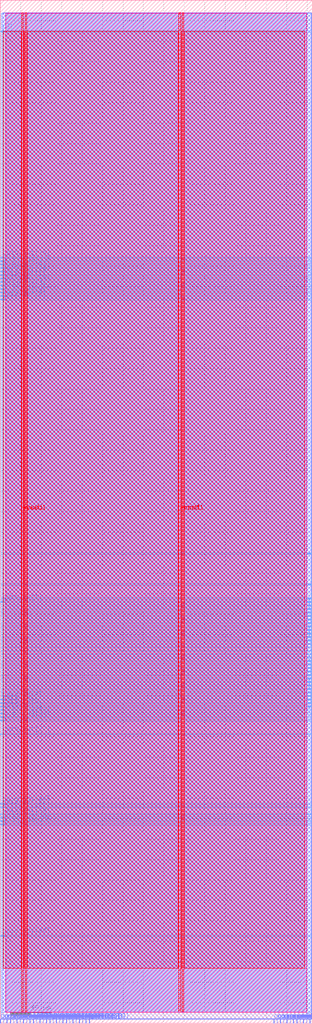
<source format=lef>
VERSION 5.7 ;
  NOWIREEXTENSIONATPIN ON ;
  DIVIDERCHAR "/" ;
  BUSBITCHARS "[]" ;
MACRO team_06
  CLASS BLOCK ;
  FOREIGN team_06 ;
  ORIGIN 0.000 0.000 ;
  SIZE 305.000 BY 1000.000 ;
  PIN clk
    DIRECTION INPUT ;
    USE SIGNAL ;
    ANTENNAGATEAREA 0.852000 ;
    ANTENNADIFFAREA 0.434700 ;
    PORT
      LAYER met3 ;
        RECT 0.000 969.040 4.000 969.640 ;
    END
  END clk
  PIN en
    DIRECTION INPUT ;
    USE SIGNAL ;
    ANTENNAGATEAREA 0.247500 ;
    ANTENNADIFFAREA 0.434700 ;
    PORT
      LAYER met3 ;
        RECT 301.000 204.040 305.000 204.640 ;
    END
  END en
  PIN gpio_in[0]
    DIRECTION INPUT ;
    USE SIGNAL ;
    ANTENNAGATEAREA 0.196500 ;
    ANTENNADIFFAREA 0.434700 ;
    PORT
      LAYER met3 ;
        RECT 301.000 459.040 305.000 459.640 ;
    END
  END gpio_in[0]
  PIN gpio_in[10]
    DIRECTION INPUT ;
    USE SIGNAL ;
    PORT
      LAYER met2 ;
        RECT 0.090 0.000 0.370 4.000 ;
    END
  END gpio_in[10]
  PIN gpio_in[11]
    DIRECTION INPUT ;
    USE SIGNAL ;
    PORT
      LAYER met2 ;
        RECT 3.310 0.000 3.590 4.000 ;
    END
  END gpio_in[11]
  PIN gpio_in[12]
    DIRECTION INPUT ;
    USE SIGNAL ;
    PORT
      LAYER met2 ;
        RECT 6.530 0.000 6.810 4.000 ;
    END
  END gpio_in[12]
  PIN gpio_in[13]
    DIRECTION INPUT ;
    USE SIGNAL ;
    PORT
      LAYER met2 ;
        RECT 9.750 0.000 10.030 4.000 ;
    END
  END gpio_in[13]
  PIN gpio_in[14]
    DIRECTION INPUT ;
    USE SIGNAL ;
    PORT
      LAYER met2 ;
        RECT 12.970 0.000 13.250 4.000 ;
    END
  END gpio_in[14]
  PIN gpio_in[15]
    DIRECTION INPUT ;
    USE SIGNAL ;
    PORT
      LAYER met2 ;
        RECT 16.190 0.000 16.470 4.000 ;
    END
  END gpio_in[15]
  PIN gpio_in[16]
    DIRECTION INPUT ;
    USE SIGNAL ;
    PORT
      LAYER met2 ;
        RECT 19.410 0.000 19.690 4.000 ;
    END
  END gpio_in[16]
  PIN gpio_in[17]
    DIRECTION INPUT ;
    USE SIGNAL ;
    PORT
      LAYER met2 ;
        RECT 22.630 0.000 22.910 4.000 ;
    END
  END gpio_in[17]
  PIN gpio_in[18]
    DIRECTION INPUT ;
    USE SIGNAL ;
    PORT
      LAYER met2 ;
        RECT 25.850 0.000 26.130 4.000 ;
    END
  END gpio_in[18]
  PIN gpio_in[19]
    DIRECTION INPUT ;
    USE SIGNAL ;
    PORT
      LAYER met2 ;
        RECT 29.070 0.000 29.350 4.000 ;
    END
  END gpio_in[19]
  PIN gpio_in[1]
    DIRECTION INPUT ;
    USE SIGNAL ;
    ANTENNAGATEAREA 0.196500 ;
    ANTENNADIFFAREA 0.434700 ;
    PORT
      LAYER met3 ;
        RECT 0.000 411.440 4.000 412.040 ;
    END
  END gpio_in[1]
  PIN gpio_in[20]
    DIRECTION INPUT ;
    USE SIGNAL ;
    PORT
      LAYER met2 ;
        RECT 32.290 0.000 32.570 4.000 ;
    END
  END gpio_in[20]
  PIN gpio_in[21]
    DIRECTION INPUT ;
    USE SIGNAL ;
    PORT
      LAYER met2 ;
        RECT 35.510 0.000 35.790 4.000 ;
    END
  END gpio_in[21]
  PIN gpio_in[22]
    DIRECTION INPUT ;
    USE SIGNAL ;
    PORT
      LAYER met2 ;
        RECT 38.730 0.000 39.010 4.000 ;
    END
  END gpio_in[22]
  PIN gpio_in[23]
    DIRECTION INPUT ;
    USE SIGNAL ;
    PORT
      LAYER met2 ;
        RECT 41.950 0.000 42.230 4.000 ;
    END
  END gpio_in[23]
  PIN gpio_in[24]
    DIRECTION INPUT ;
    USE SIGNAL ;
    PORT
      LAYER met2 ;
        RECT 45.170 0.000 45.450 4.000 ;
    END
  END gpio_in[24]
  PIN gpio_in[25]
    DIRECTION INPUT ;
    USE SIGNAL ;
    PORT
      LAYER met2 ;
        RECT 48.390 0.000 48.670 4.000 ;
    END
  END gpio_in[25]
  PIN gpio_in[26]
    DIRECTION INPUT ;
    USE SIGNAL ;
    PORT
      LAYER met2 ;
        RECT 51.610 0.000 51.890 4.000 ;
    END
  END gpio_in[26]
  PIN gpio_in[27]
    DIRECTION INPUT ;
    USE SIGNAL ;
    PORT
      LAYER met2 ;
        RECT 54.830 0.000 55.110 4.000 ;
    END
  END gpio_in[27]
  PIN gpio_in[28]
    DIRECTION INPUT ;
    USE SIGNAL ;
    PORT
      LAYER met2 ;
        RECT 58.050 0.000 58.330 4.000 ;
    END
  END gpio_in[28]
  PIN gpio_in[29]
    DIRECTION INPUT ;
    USE SIGNAL ;
    PORT
      LAYER met2 ;
        RECT 61.270 0.000 61.550 4.000 ;
    END
  END gpio_in[29]
  PIN gpio_in[2]
    DIRECTION INPUT ;
    USE SIGNAL ;
    ANTENNAGATEAREA 0.196500 ;
    ANTENNADIFFAREA 0.434700 ;
    PORT
      LAYER met3 ;
        RECT 0.000 306.040 4.000 306.640 ;
    END
  END gpio_in[2]
  PIN gpio_in[30]
    DIRECTION INPUT ;
    USE SIGNAL ;
    PORT
      LAYER met2 ;
        RECT 64.490 0.000 64.770 4.000 ;
    END
  END gpio_in[30]
  PIN gpio_in[31]
    DIRECTION INPUT ;
    USE SIGNAL ;
    PORT
      LAYER met2 ;
        RECT 67.710 0.000 67.990 4.000 ;
    END
  END gpio_in[31]
  PIN gpio_in[32]
    DIRECTION INPUT ;
    USE SIGNAL ;
    PORT
      LAYER met2 ;
        RECT 70.930 0.000 71.210 4.000 ;
    END
  END gpio_in[32]
  PIN gpio_in[33]
    DIRECTION INPUT ;
    USE SIGNAL ;
    PORT
      LAYER met2 ;
        RECT 74.150 0.000 74.430 4.000 ;
    END
  END gpio_in[33]
  PIN gpio_in[3]
    DIRECTION INPUT ;
    USE SIGNAL ;
    ANTENNAGATEAREA 0.196500 ;
    ANTENNADIFFAREA 0.434700 ;
    PORT
      LAYER met3 ;
        RECT 0.000 312.840 4.000 313.440 ;
    END
  END gpio_in[3]
  PIN gpio_in[4]
    DIRECTION INPUT ;
    USE SIGNAL ;
    ANTENNAGATEAREA 0.196500 ;
    ANTENNADIFFAREA 0.434700 ;
    PORT
      LAYER met3 ;
        RECT 0.000 316.240 4.000 316.840 ;
    END
  END gpio_in[4]
  PIN gpio_in[5]
    DIRECTION INPUT ;
    USE SIGNAL ;
    ANTENNAGATEAREA 0.196500 ;
    ANTENNADIFFAREA 0.434700 ;
    PORT
      LAYER met3 ;
        RECT 0.000 309.440 4.000 310.040 ;
    END
  END gpio_in[5]
  PIN gpio_in[6]
    DIRECTION INPUT ;
    USE SIGNAL ;
    PORT
      LAYER met2 ;
        RECT 77.370 0.000 77.650 4.000 ;
    END
  END gpio_in[6]
  PIN gpio_in[7]
    DIRECTION INPUT ;
    USE SIGNAL ;
    PORT
      LAYER met2 ;
        RECT 80.590 0.000 80.870 4.000 ;
    END
  END gpio_in[7]
  PIN gpio_in[8]
    DIRECTION INPUT ;
    USE SIGNAL ;
    PORT
      LAYER met2 ;
        RECT 83.810 0.000 84.090 4.000 ;
    END
  END gpio_in[8]
  PIN gpio_in[9]
    DIRECTION INPUT ;
    USE SIGNAL ;
    PORT
      LAYER met2 ;
        RECT 87.030 0.000 87.310 4.000 ;
    END
  END gpio_in[9]
  PIN gpio_oeb[0]
    DIRECTION OUTPUT ;
    USE SIGNAL ;
    ANTENNADIFFAREA 0.445500 ;
    PORT
      LAYER met2 ;
        RECT 267.350 0.000 267.630 4.000 ;
    END
  END gpio_oeb[0]
  PIN gpio_oeb[10]
    DIRECTION OUTPUT ;
    USE SIGNAL ;
    ANTENNADIFFAREA 0.445500 ;
    PORT
      LAYER met3 ;
        RECT 301.000 309.440 305.000 310.040 ;
    END
  END gpio_oeb[10]
  PIN gpio_oeb[11]
    DIRECTION OUTPUT ;
    USE SIGNAL ;
    ANTENNADIFFAREA 0.445500 ;
    PORT
      LAYER met3 ;
        RECT 301.000 350.240 305.000 350.840 ;
    END
  END gpio_oeb[11]
  PIN gpio_oeb[12]
    DIRECTION OUTPUT ;
    USE SIGNAL ;
    ANTENNADIFFAREA 0.445500 ;
    PORT
      LAYER met3 ;
        RECT 301.000 363.840 305.000 364.440 ;
    END
  END gpio_oeb[12]
  PIN gpio_oeb[13]
    DIRECTION OUTPUT ;
    USE SIGNAL ;
    ANTENNADIFFAREA 0.445500 ;
    PORT
      LAYER met3 ;
        RECT 301.000 343.440 305.000 344.040 ;
    END
  END gpio_oeb[13]
  PIN gpio_oeb[14]
    DIRECTION OUTPUT ;
    USE SIGNAL ;
    ANTENNADIFFAREA 0.445500 ;
    PORT
      LAYER met3 ;
        RECT 301.000 377.440 305.000 378.040 ;
    END
  END gpio_oeb[14]
  PIN gpio_oeb[15]
    DIRECTION OUTPUT ;
    USE SIGNAL ;
    ANTENNADIFFAREA 0.445500 ;
    PORT
      LAYER met3 ;
        RECT 301.000 340.040 305.000 340.640 ;
    END
  END gpio_oeb[15]
  PIN gpio_oeb[16]
    DIRECTION OUTPUT ;
    USE SIGNAL ;
    ANTENNADIFFAREA 0.445500 ;
    PORT
      LAYER met3 ;
        RECT 301.000 336.640 305.000 337.240 ;
    END
  END gpio_oeb[16]
  PIN gpio_oeb[17]
    DIRECTION OUTPUT ;
    USE SIGNAL ;
    ANTENNADIFFAREA 0.445500 ;
    PORT
      LAYER met3 ;
        RECT 301.000 333.240 305.000 333.840 ;
    END
  END gpio_oeb[17]
  PIN gpio_oeb[18]
    DIRECTION OUTPUT ;
    USE SIGNAL ;
    ANTENNADIFFAREA 0.445500 ;
    PORT
      LAYER met3 ;
        RECT 301.000 360.440 305.000 361.040 ;
    END
  END gpio_oeb[18]
  PIN gpio_oeb[19]
    DIRECTION OUTPUT ;
    USE SIGNAL ;
    ANTENNADIFFAREA 0.445500 ;
    PORT
      LAYER met3 ;
        RECT 301.000 353.640 305.000 354.240 ;
    END
  END gpio_oeb[19]
  PIN gpio_oeb[1]
    DIRECTION OUTPUT ;
    USE SIGNAL ;
    ANTENNADIFFAREA 0.445500 ;
    PORT
      LAYER met2 ;
        RECT 280.230 0.000 280.510 4.000 ;
    END
  END gpio_oeb[1]
  PIN gpio_oeb[20]
    DIRECTION OUTPUT ;
    USE SIGNAL ;
    ANTENNADIFFAREA 0.445500 ;
    PORT
      LAYER met3 ;
        RECT 301.000 326.440 305.000 327.040 ;
    END
  END gpio_oeb[20]
  PIN gpio_oeb[21]
    DIRECTION OUTPUT ;
    USE SIGNAL ;
    ANTENNADIFFAREA 0.445500 ;
    PORT
      LAYER met3 ;
        RECT 301.000 329.840 305.000 330.440 ;
    END
  END gpio_oeb[21]
  PIN gpio_oeb[22]
    DIRECTION OUTPUT ;
    USE SIGNAL ;
    ANTENNADIFFAREA 0.445500 ;
    PORT
      LAYER met3 ;
        RECT 301.000 346.840 305.000 347.440 ;
    END
  END gpio_oeb[22]
  PIN gpio_oeb[23]
    DIRECTION OUTPUT ;
    USE SIGNAL ;
    ANTENNADIFFAREA 0.445500 ;
    PORT
      LAYER met3 ;
        RECT 301.000 319.640 305.000 320.240 ;
    END
  END gpio_oeb[23]
  PIN gpio_oeb[24]
    DIRECTION OUTPUT ;
    USE SIGNAL ;
    ANTENNADIFFAREA 0.445500 ;
    PORT
      LAYER met3 ;
        RECT 301.000 323.040 305.000 323.640 ;
    END
  END gpio_oeb[24]
  PIN gpio_oeb[25]
    DIRECTION OUTPUT ;
    USE SIGNAL ;
    ANTENNADIFFAREA 0.445500 ;
    PORT
      LAYER met3 ;
        RECT 301.000 367.240 305.000 367.840 ;
    END
  END gpio_oeb[25]
  PIN gpio_oeb[26]
    DIRECTION OUTPUT ;
    USE SIGNAL ;
    ANTENNADIFFAREA 0.445500 ;
    PORT
      LAYER met3 ;
        RECT 301.000 370.640 305.000 371.240 ;
    END
  END gpio_oeb[26]
  PIN gpio_oeb[27]
    DIRECTION OUTPUT ;
    USE SIGNAL ;
    ANTENNADIFFAREA 0.445500 ;
    PORT
      LAYER met3 ;
        RECT 301.000 411.440 305.000 412.040 ;
    END
  END gpio_oeb[27]
  PIN gpio_oeb[28]
    DIRECTION OUTPUT ;
    USE SIGNAL ;
    ANTENNADIFFAREA 0.445500 ;
    PORT
      LAYER met2 ;
        RECT 296.330 0.000 296.610 4.000 ;
    END
  END gpio_oeb[28]
  PIN gpio_oeb[29]
    DIRECTION OUTPUT ;
    USE SIGNAL ;
    ANTENNADIFFAREA 0.445500 ;
    PORT
      LAYER met2 ;
        RECT 277.010 0.000 277.290 4.000 ;
    END
  END gpio_oeb[29]
  PIN gpio_oeb[2]
    DIRECTION OUTPUT ;
    USE SIGNAL ;
    ANTENNADIFFAREA 0.445500 ;
    PORT
      LAYER met2 ;
        RECT 293.110 0.000 293.390 4.000 ;
    END
  END gpio_oeb[2]
  PIN gpio_oeb[30]
    DIRECTION OUTPUT ;
    USE SIGNAL ;
    ANTENNADIFFAREA 0.445500 ;
    PORT
      LAYER met2 ;
        RECT 299.550 0.000 299.830 4.000 ;
    END
  END gpio_oeb[30]
  PIN gpio_oeb[31]
    DIRECTION OUTPUT ;
    USE SIGNAL ;
    ANTENNADIFFAREA 0.445500 ;
    PORT
      LAYER met2 ;
        RECT 289.890 0.000 290.170 4.000 ;
    END
  END gpio_oeb[31]
  PIN gpio_oeb[32]
    DIRECTION OUTPUT ;
    USE SIGNAL ;
    ANTENNADIFFAREA 0.445500 ;
    PORT
      LAYER met2 ;
        RECT 286.670 0.000 286.950 4.000 ;
    END
  END gpio_oeb[32]
  PIN gpio_oeb[33]
    DIRECTION OUTPUT ;
    USE SIGNAL ;
    ANTENNADIFFAREA 0.445500 ;
    PORT
      LAYER met2 ;
        RECT 273.790 0.000 274.070 4.000 ;
    END
  END gpio_oeb[33]
  PIN gpio_oeb[3]
    DIRECTION OUTPUT ;
    USE SIGNAL ;
    ANTENNADIFFAREA 0.445500 ;
    PORT
      LAYER met2 ;
        RECT 283.450 0.000 283.730 4.000 ;
    END
  END gpio_oeb[3]
  PIN gpio_oeb[4]
    DIRECTION OUTPUT ;
    USE SIGNAL ;
    ANTENNADIFFAREA 0.445500 ;
    PORT
      LAYER met2 ;
        RECT 302.770 0.000 303.050 4.000 ;
    END
  END gpio_oeb[4]
  PIN gpio_oeb[5]
    DIRECTION OUTPUT ;
    USE SIGNAL ;
    ANTENNADIFFAREA 0.445500 ;
    PORT
      LAYER met2 ;
        RECT 270.570 0.000 270.850 4.000 ;
    END
  END gpio_oeb[5]
  PIN gpio_oeb[6]
    DIRECTION OUTPUT ;
    USE SIGNAL ;
    ANTENNADIFFAREA 0.445500 ;
    PORT
      LAYER met3 ;
        RECT 301.000 380.840 305.000 381.440 ;
    END
  END gpio_oeb[6]
  PIN gpio_oeb[7]
    DIRECTION OUTPUT ;
    USE SIGNAL ;
    ANTENNADIFFAREA 0.445500 ;
    PORT
      LAYER met3 ;
        RECT 301.000 316.240 305.000 316.840 ;
    END
  END gpio_oeb[7]
  PIN gpio_oeb[8]
    DIRECTION OUTPUT ;
    USE SIGNAL ;
    ANTENNADIFFAREA 0.445500 ;
    PORT
      LAYER met3 ;
        RECT 301.000 357.040 305.000 357.640 ;
    END
  END gpio_oeb[8]
  PIN gpio_oeb[9]
    DIRECTION OUTPUT ;
    USE SIGNAL ;
    ANTENNADIFFAREA 0.445500 ;
    PORT
      LAYER met3 ;
        RECT 301.000 312.840 305.000 313.440 ;
    END
  END gpio_oeb[9]
  PIN gpio_out[0]
    DIRECTION OUTPUT ;
    USE SIGNAL ;
    ANTENNADIFFAREA 0.445500 ;
    PORT
      LAYER met3 ;
        RECT 0.000 707.240 4.000 707.840 ;
    END
  END gpio_out[0]
  PIN gpio_out[10]
    DIRECTION OUTPUT ;
    USE SIGNAL ;
    ANTENNADIFFAREA 0.445500 ;
    PORT
      LAYER met3 ;
        RECT 301.000 408.040 305.000 408.640 ;
    END
  END gpio_out[10]
  PIN gpio_out[11]
    DIRECTION OUTPUT ;
    USE SIGNAL ;
    ANTENNADIFFAREA 0.445500 ;
    PORT
      LAYER met3 ;
        RECT 301.000 387.640 305.000 388.240 ;
    END
  END gpio_out[11]
  PIN gpio_out[12]
    DIRECTION OUTPUT ;
    USE SIGNAL ;
    ANTENNADIFFAREA 0.445500 ;
    PORT
      LAYER met3 ;
        RECT 301.000 384.240 305.000 384.840 ;
    END
  END gpio_out[12]
  PIN gpio_out[13]
    DIRECTION OUTPUT ;
    USE SIGNAL ;
    ANTENNADIFFAREA 0.445500 ;
    PORT
      LAYER met3 ;
        RECT 301.000 374.040 305.000 374.640 ;
    END
  END gpio_out[13]
  PIN gpio_out[14]
    DIRECTION OUTPUT ;
    USE SIGNAL ;
    ANTENNADIFFAREA 0.445500 ;
    PORT
      LAYER met3 ;
        RECT 301.000 428.440 305.000 429.040 ;
    END
  END gpio_out[14]
  PIN gpio_out[15]
    DIRECTION OUTPUT ;
    USE SIGNAL ;
    ANTENNADIFFAREA 0.445500 ;
    PORT
      LAYER met3 ;
        RECT 301.000 404.640 305.000 405.240 ;
    END
  END gpio_out[15]
  PIN gpio_out[16]
    DIRECTION OUTPUT ;
    USE SIGNAL ;
    ANTENNADIFFAREA 0.445500 ;
    PORT
      LAYER met3 ;
        RECT 0.000 748.040 4.000 748.640 ;
    END
  END gpio_out[16]
  PIN gpio_out[17]
    DIRECTION OUTPUT ;
    USE SIGNAL ;
    ANTENNADIFFAREA 0.445500 ;
    PORT
      LAYER met3 ;
        RECT 0.000 193.840 4.000 194.440 ;
    END
  END gpio_out[17]
  PIN gpio_out[18]
    DIRECTION OUTPUT ;
    USE SIGNAL ;
    ANTENNADIFFAREA 0.445500 ;
    PORT
      LAYER met3 ;
        RECT 0.000 197.240 4.000 197.840 ;
    END
  END gpio_out[18]
  PIN gpio_out[19]
    DIRECTION OUTPUT ;
    USE SIGNAL ;
    ANTENNADIFFAREA 0.445500 ;
    PORT
      LAYER met3 ;
        RECT 0.000 731.040 4.000 731.640 ;
    END
  END gpio_out[19]
  PIN gpio_out[1]
    DIRECTION OUTPUT ;
    USE SIGNAL ;
    ANTENNADIFFAREA 0.445500 ;
    PORT
      LAYER met3 ;
        RECT 0.000 727.640 4.000 728.240 ;
    END
  END gpio_out[1]
  PIN gpio_out[20]
    DIRECTION OUTPUT ;
    USE SIGNAL ;
    ANTENNADIFFAREA 0.445500 ;
    PORT
      LAYER met3 ;
        RECT 0.000 85.040 4.000 85.640 ;
    END
  END gpio_out[20]
  PIN gpio_out[21]
    DIRECTION OUTPUT ;
    USE SIGNAL ;
    ANTENNADIFFAREA 0.445500 ;
    PORT
      LAYER met3 ;
        RECT 0.000 295.840 4.000 296.440 ;
    END
  END gpio_out[21]
  PIN gpio_out[22]
    DIRECTION OUTPUT ;
    USE SIGNAL ;
    ANTENNADIFFAREA 0.445500 ;
    PORT
      LAYER met3 ;
        RECT 0.000 299.240 4.000 299.840 ;
    END
  END gpio_out[22]
  PIN gpio_out[23]
    DIRECTION OUTPUT ;
    USE SIGNAL ;
    ANTENNADIFFAREA 0.445500 ;
    PORT
      LAYER met3 ;
        RECT 0.000 302.640 4.000 303.240 ;
    END
  END gpio_out[23]
  PIN gpio_out[24]
    DIRECTION OUTPUT ;
    USE SIGNAL ;
    ANTENNADIFFAREA 0.445500 ;
    PORT
      LAYER met3 ;
        RECT 0.000 214.240 4.000 214.840 ;
    END
  END gpio_out[24]
  PIN gpio_out[25]
    DIRECTION OUTPUT ;
    USE SIGNAL ;
    ANTENNADIFFAREA 0.445500 ;
    PORT
      LAYER met3 ;
        RECT 0.000 200.640 4.000 201.240 ;
    END
  END gpio_out[25]
  PIN gpio_out[26]
    DIRECTION OUTPUT ;
    USE SIGNAL ;
    ANTENNADIFFAREA 0.445500 ;
    PORT
      LAYER met3 ;
        RECT 0.000 210.840 4.000 211.440 ;
    END
  END gpio_out[26]
  PIN gpio_out[27]
    DIRECTION OUTPUT ;
    USE SIGNAL ;
    ANTENNADIFFAREA 0.445500 ;
    PORT
      LAYER met3 ;
        RECT 0.000 282.240 4.000 282.840 ;
    END
  END gpio_out[27]
  PIN gpio_out[28]
    DIRECTION OUTPUT ;
    USE SIGNAL ;
    ANTENNADIFFAREA 0.445500 ;
    PORT
      LAYER met3 ;
        RECT 0.000 204.040 4.000 204.640 ;
    END
  END gpio_out[28]
  PIN gpio_out[29]
    DIRECTION OUTPUT ;
    USE SIGNAL ;
    ANTENNADIFFAREA 0.445500 ;
    PORT
      LAYER met3 ;
        RECT 0.000 717.440 4.000 718.040 ;
    END
  END gpio_out[29]
  PIN gpio_out[2]
    DIRECTION OUTPUT ;
    USE SIGNAL ;
    ANTENNADIFFAREA 0.445500 ;
    PORT
      LAYER met3 ;
        RECT 0.000 710.640 4.000 711.240 ;
    END
  END gpio_out[2]
  PIN gpio_out[30]
    DIRECTION OUTPUT ;
    USE SIGNAL ;
    ANTENNADIFFAREA 0.445500 ;
    PORT
      LAYER met3 ;
        RECT 0.000 724.240 4.000 724.840 ;
    END
  END gpio_out[30]
  PIN gpio_out[31]
    DIRECTION OUTPUT ;
    USE SIGNAL ;
    ANTENNADIFFAREA 0.445500 ;
    PORT
      LAYER met3 ;
        RECT 0.000 741.240 4.000 741.840 ;
    END
  END gpio_out[31]
  PIN gpio_out[32]
    DIRECTION OUTPUT ;
    USE SIGNAL ;
    ANTENNADIFFAREA 0.445500 ;
    PORT
      LAYER met3 ;
        RECT 0.000 734.440 4.000 735.040 ;
    END
  END gpio_out[32]
  PIN gpio_out[33]
    DIRECTION OUTPUT ;
    USE SIGNAL ;
    ANTENNADIFFAREA 0.445500 ;
    PORT
      LAYER met3 ;
        RECT 0.000 744.640 4.000 745.240 ;
    END
  END gpio_out[33]
  PIN gpio_out[3]
    DIRECTION OUTPUT ;
    USE SIGNAL ;
    ANTENNADIFFAREA 0.445500 ;
    PORT
      LAYER met3 ;
        RECT 0.000 720.840 4.000 721.440 ;
    END
  END gpio_out[3]
  PIN gpio_out[4]
    DIRECTION OUTPUT ;
    USE SIGNAL ;
    ANTENNADIFFAREA 0.445500 ;
    PORT
      LAYER met3 ;
        RECT 0.000 714.040 4.000 714.640 ;
    END
  END gpio_out[4]
  PIN gpio_out[5]
    DIRECTION OUTPUT ;
    USE SIGNAL ;
    ANTENNADIFFAREA 0.445500 ;
    PORT
      LAYER met3 ;
        RECT 0.000 737.840 4.000 738.440 ;
    END
  END gpio_out[5]
  PIN gpio_out[6]
    DIRECTION OUTPUT ;
    USE SIGNAL ;
    ANTENNADIFFAREA 0.445500 ;
    PORT
      LAYER met3 ;
        RECT 301.000 394.440 305.000 395.040 ;
    END
  END gpio_out[6]
  PIN gpio_out[7]
    DIRECTION OUTPUT ;
    USE SIGNAL ;
    ANTENNADIFFAREA 0.445500 ;
    PORT
      LAYER met3 ;
        RECT 301.000 401.240 305.000 401.840 ;
    END
  END gpio_out[7]
  PIN gpio_out[8]
    DIRECTION OUTPUT ;
    USE SIGNAL ;
    ANTENNADIFFAREA 0.445500 ;
    PORT
      LAYER met3 ;
        RECT 301.000 397.840 305.000 398.440 ;
    END
  END gpio_out[8]
  PIN gpio_out[9]
    DIRECTION OUTPUT ;
    USE SIGNAL ;
    ANTENNADIFFAREA 0.445500 ;
    PORT
      LAYER met3 ;
        RECT 301.000 391.040 305.000 391.640 ;
    END
  END gpio_out[9]
  PIN nrst
    DIRECTION INPUT ;
    USE SIGNAL ;
    ANTENNAGATEAREA 0.196500 ;
    ANTENNADIFFAREA 0.434700 ;
    PORT
      LAYER met3 ;
        RECT 301.000 414.840 305.000 415.440 ;
    END
  END nrst
  PIN vccd1
    DIRECTION INOUT ;
    USE POWER ;
    PORT
      LAYER met4 ;
        RECT 21.040 10.640 22.640 987.600 ;
    END
    PORT
      LAYER met4 ;
        RECT 174.640 10.640 176.240 987.600 ;
    END
  END vccd1
  PIN vssd1
    DIRECTION INOUT ;
    USE GROUND ;
    PORT
      LAYER met4 ;
        RECT 24.340 10.640 25.940 987.600 ;
    END
    PORT
      LAYER met4 ;
        RECT 177.940 10.640 179.540 987.600 ;
    END
  END vssd1
  OBS
      LAYER nwell ;
        RECT 5.330 10.795 299.650 987.550 ;
      LAYER li1 ;
        RECT 5.520 10.795 299.460 987.445 ;
      LAYER met1 ;
        RECT 2.370 10.640 303.990 987.600 ;
      LAYER met2 ;
        RECT 1.010 4.280 304.430 987.545 ;
        RECT 1.010 4.000 3.030 4.280 ;
        RECT 3.870 4.000 6.250 4.280 ;
        RECT 7.090 4.000 9.470 4.280 ;
        RECT 10.310 4.000 12.690 4.280 ;
        RECT 13.530 4.000 15.910 4.280 ;
        RECT 16.750 4.000 19.130 4.280 ;
        RECT 19.970 4.000 22.350 4.280 ;
        RECT 23.190 4.000 25.570 4.280 ;
        RECT 26.410 4.000 28.790 4.280 ;
        RECT 29.630 4.000 32.010 4.280 ;
        RECT 32.850 4.000 35.230 4.280 ;
        RECT 36.070 4.000 38.450 4.280 ;
        RECT 39.290 4.000 41.670 4.280 ;
        RECT 42.510 4.000 44.890 4.280 ;
        RECT 45.730 4.000 48.110 4.280 ;
        RECT 48.950 4.000 51.330 4.280 ;
        RECT 52.170 4.000 54.550 4.280 ;
        RECT 55.390 4.000 57.770 4.280 ;
        RECT 58.610 4.000 60.990 4.280 ;
        RECT 61.830 4.000 64.210 4.280 ;
        RECT 65.050 4.000 67.430 4.280 ;
        RECT 68.270 4.000 70.650 4.280 ;
        RECT 71.490 4.000 73.870 4.280 ;
        RECT 74.710 4.000 77.090 4.280 ;
        RECT 77.930 4.000 80.310 4.280 ;
        RECT 81.150 4.000 83.530 4.280 ;
        RECT 84.370 4.000 86.750 4.280 ;
        RECT 87.590 4.000 267.070 4.280 ;
        RECT 267.910 4.000 270.290 4.280 ;
        RECT 271.130 4.000 273.510 4.280 ;
        RECT 274.350 4.000 276.730 4.280 ;
        RECT 277.570 4.000 279.950 4.280 ;
        RECT 280.790 4.000 283.170 4.280 ;
        RECT 284.010 4.000 286.390 4.280 ;
        RECT 287.230 4.000 289.610 4.280 ;
        RECT 290.450 4.000 292.830 4.280 ;
        RECT 293.670 4.000 296.050 4.280 ;
        RECT 296.890 4.000 299.270 4.280 ;
        RECT 300.110 4.000 302.490 4.280 ;
        RECT 303.330 4.000 304.430 4.280 ;
      LAYER met3 ;
        RECT 0.985 970.040 304.455 987.525 ;
        RECT 4.400 968.640 304.455 970.040 ;
        RECT 0.985 749.040 304.455 968.640 ;
        RECT 4.400 747.640 304.455 749.040 ;
        RECT 0.985 745.640 304.455 747.640 ;
        RECT 4.400 744.240 304.455 745.640 ;
        RECT 0.985 742.240 304.455 744.240 ;
        RECT 4.400 740.840 304.455 742.240 ;
        RECT 0.985 738.840 304.455 740.840 ;
        RECT 4.400 737.440 304.455 738.840 ;
        RECT 0.985 735.440 304.455 737.440 ;
        RECT 4.400 734.040 304.455 735.440 ;
        RECT 0.985 732.040 304.455 734.040 ;
        RECT 4.400 730.640 304.455 732.040 ;
        RECT 0.985 728.640 304.455 730.640 ;
        RECT 4.400 727.240 304.455 728.640 ;
        RECT 0.985 725.240 304.455 727.240 ;
        RECT 4.400 723.840 304.455 725.240 ;
        RECT 0.985 721.840 304.455 723.840 ;
        RECT 4.400 720.440 304.455 721.840 ;
        RECT 0.985 718.440 304.455 720.440 ;
        RECT 4.400 717.040 304.455 718.440 ;
        RECT 0.985 715.040 304.455 717.040 ;
        RECT 4.400 713.640 304.455 715.040 ;
        RECT 0.985 711.640 304.455 713.640 ;
        RECT 4.400 710.240 304.455 711.640 ;
        RECT 0.985 708.240 304.455 710.240 ;
        RECT 4.400 706.840 304.455 708.240 ;
        RECT 0.985 460.040 304.455 706.840 ;
        RECT 0.985 458.640 300.600 460.040 ;
        RECT 0.985 429.440 304.455 458.640 ;
        RECT 0.985 428.040 300.600 429.440 ;
        RECT 0.985 415.840 304.455 428.040 ;
        RECT 0.985 414.440 300.600 415.840 ;
        RECT 0.985 412.440 304.455 414.440 ;
        RECT 4.400 411.040 300.600 412.440 ;
        RECT 0.985 409.040 304.455 411.040 ;
        RECT 0.985 407.640 300.600 409.040 ;
        RECT 0.985 405.640 304.455 407.640 ;
        RECT 0.985 404.240 300.600 405.640 ;
        RECT 0.985 402.240 304.455 404.240 ;
        RECT 0.985 400.840 300.600 402.240 ;
        RECT 0.985 398.840 304.455 400.840 ;
        RECT 0.985 397.440 300.600 398.840 ;
        RECT 0.985 395.440 304.455 397.440 ;
        RECT 0.985 394.040 300.600 395.440 ;
        RECT 0.985 392.040 304.455 394.040 ;
        RECT 0.985 390.640 300.600 392.040 ;
        RECT 0.985 388.640 304.455 390.640 ;
        RECT 0.985 387.240 300.600 388.640 ;
        RECT 0.985 385.240 304.455 387.240 ;
        RECT 0.985 383.840 300.600 385.240 ;
        RECT 0.985 381.840 304.455 383.840 ;
        RECT 0.985 380.440 300.600 381.840 ;
        RECT 0.985 378.440 304.455 380.440 ;
        RECT 0.985 377.040 300.600 378.440 ;
        RECT 0.985 375.040 304.455 377.040 ;
        RECT 0.985 373.640 300.600 375.040 ;
        RECT 0.985 371.640 304.455 373.640 ;
        RECT 0.985 370.240 300.600 371.640 ;
        RECT 0.985 368.240 304.455 370.240 ;
        RECT 0.985 366.840 300.600 368.240 ;
        RECT 0.985 364.840 304.455 366.840 ;
        RECT 0.985 363.440 300.600 364.840 ;
        RECT 0.985 361.440 304.455 363.440 ;
        RECT 0.985 360.040 300.600 361.440 ;
        RECT 0.985 358.040 304.455 360.040 ;
        RECT 0.985 356.640 300.600 358.040 ;
        RECT 0.985 354.640 304.455 356.640 ;
        RECT 0.985 353.240 300.600 354.640 ;
        RECT 0.985 351.240 304.455 353.240 ;
        RECT 0.985 349.840 300.600 351.240 ;
        RECT 0.985 347.840 304.455 349.840 ;
        RECT 0.985 346.440 300.600 347.840 ;
        RECT 0.985 344.440 304.455 346.440 ;
        RECT 0.985 343.040 300.600 344.440 ;
        RECT 0.985 341.040 304.455 343.040 ;
        RECT 0.985 339.640 300.600 341.040 ;
        RECT 0.985 337.640 304.455 339.640 ;
        RECT 0.985 336.240 300.600 337.640 ;
        RECT 0.985 334.240 304.455 336.240 ;
        RECT 0.985 332.840 300.600 334.240 ;
        RECT 0.985 330.840 304.455 332.840 ;
        RECT 0.985 329.440 300.600 330.840 ;
        RECT 0.985 327.440 304.455 329.440 ;
        RECT 0.985 326.040 300.600 327.440 ;
        RECT 0.985 324.040 304.455 326.040 ;
        RECT 0.985 322.640 300.600 324.040 ;
        RECT 0.985 320.640 304.455 322.640 ;
        RECT 0.985 319.240 300.600 320.640 ;
        RECT 0.985 317.240 304.455 319.240 ;
        RECT 4.400 315.840 300.600 317.240 ;
        RECT 0.985 313.840 304.455 315.840 ;
        RECT 4.400 312.440 300.600 313.840 ;
        RECT 0.985 310.440 304.455 312.440 ;
        RECT 4.400 309.040 300.600 310.440 ;
        RECT 0.985 307.040 304.455 309.040 ;
        RECT 4.400 305.640 304.455 307.040 ;
        RECT 0.985 303.640 304.455 305.640 ;
        RECT 4.400 302.240 304.455 303.640 ;
        RECT 0.985 300.240 304.455 302.240 ;
        RECT 4.400 298.840 304.455 300.240 ;
        RECT 0.985 296.840 304.455 298.840 ;
        RECT 4.400 295.440 304.455 296.840 ;
        RECT 0.985 283.240 304.455 295.440 ;
        RECT 4.400 281.840 304.455 283.240 ;
        RECT 0.985 215.240 304.455 281.840 ;
        RECT 4.400 213.840 304.455 215.240 ;
        RECT 0.985 211.840 304.455 213.840 ;
        RECT 4.400 210.440 304.455 211.840 ;
        RECT 0.985 205.040 304.455 210.440 ;
        RECT 4.400 203.640 300.600 205.040 ;
        RECT 0.985 201.640 304.455 203.640 ;
        RECT 4.400 200.240 304.455 201.640 ;
        RECT 0.985 198.240 304.455 200.240 ;
        RECT 4.400 196.840 304.455 198.240 ;
        RECT 0.985 194.840 304.455 196.840 ;
        RECT 4.400 193.440 304.455 194.840 ;
        RECT 0.985 86.040 304.455 193.440 ;
        RECT 4.400 84.640 304.455 86.040 ;
        RECT 0.985 10.715 304.455 84.640 ;
      LAYER met4 ;
        RECT 3.055 53.895 20.640 969.505 ;
        RECT 23.040 53.895 23.940 969.505 ;
        RECT 26.340 53.895 174.240 969.505 ;
        RECT 176.640 53.895 177.540 969.505 ;
        RECT 179.940 53.895 297.785 969.505 ;
  END
END team_06
END LIBRARY


</source>
